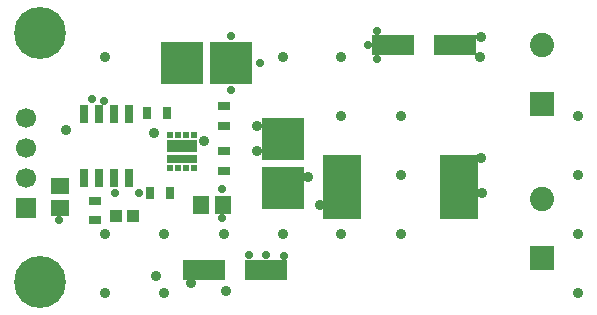
<source format=gbr>
%FSLAX23Y23*%
%MOIN*%
%SFA1B1*%

%IPPOS*%
%ADD27R,0.039370X0.031496*%
%ADD28R,0.043307X0.043307*%
%ADD29R,0.031496X0.039370*%
%ADD30R,0.143701X0.141732*%
%ADD31R,0.141732X0.143701*%
%ADD32R,0.055118X0.061024*%
%ADD33R,0.021654X0.021654*%
%ADD34R,0.100393X0.044724*%
%ADD35R,0.100393X0.026063*%
%ADD36R,0.061024X0.055118*%
%ADD37R,0.031496X0.063976*%
%ADD38R,0.141732X0.066929*%
%ADD39R,0.125984X0.216535*%
%ADD40C,0.066929*%
%ADD41R,0.066929X0.066929*%
%ADD42C,0.080709*%
%ADD43R,0.080709X0.080709*%
%ADD44C,0.027559*%
%ADD45C,0.035433*%
%ADD46C,0.173228*%
%LNpcb1_soldermask_top-1*%
%LPD*%
G54D27*
X3312Y3457D03*
Y3392D03*
X3740Y3622D03*
Y3556D03*
Y3772D03*
Y3707D03*
G54D28*
X3381Y3405D03*
X3439D03*
G54D29*
X3485Y3751D03*
X3550D03*
X3495Y3484D03*
X3560D03*
G54D30*
X3765Y3917D03*
X3602D03*
G54D31*
X3937Y3500D03*
Y3664D03*
G54D32*
X3737Y3444D03*
X3664D03*
G54D33*
X3563Y3567D03*
X3589D03*
X3615D03*
X3640D03*
Y3676D03*
X3615D03*
X3589D03*
X3563D03*
G54D34*
X3602Y3639D03*
G54D35*
X3602Y3595D03*
G54D36*
X3194Y3432D03*
Y3505D03*
G54D37*
X3276Y3748D03*
X3326D03*
X3376D03*
X3426D03*
Y3534D03*
X3376D03*
X3326D03*
X3276D03*
G54D38*
X4305Y3976D03*
X4513D03*
X3883Y3228D03*
X3675D03*
G54D39*
X4135Y3503D03*
X4525D03*
G54D40*
X3082Y3733D03*
Y3633D03*
Y3533D03*
G54D41*
X3082Y3433D03*
G54D42*
X4803Y3464D03*
Y3976D03*
G54D43*
X4803Y3267D03*
Y3779D03*
G54D44*
X3300Y3798D03*
X3736Y3495D03*
X3764Y4008D03*
X3861Y3916D03*
X3765Y3826D03*
X3192Y3393D03*
X3736Y3401D03*
X3826Y3275D03*
X3881D03*
X3940Y3274D03*
X4220Y3976D03*
X4251Y4023D03*
Y3929D03*
X3342Y3791D03*
X3379Y3484D03*
X3458D03*
G54D45*
X4597Y4004D03*
X3508Y3682D03*
X3215Y3692D03*
X4921Y3149D03*
Y3346D03*
Y3543D03*
Y3740D03*
X3543Y3346D03*
X3346D03*
Y3149D03*
X3543D03*
X3740Y3346D03*
X3937D03*
X4133D03*
X4330D03*
Y3543D03*
Y3740D03*
X4133D03*
Y3937D03*
X3937D03*
X3346D03*
X3514Y3205D03*
X3630Y3182D03*
X3748Y3156D03*
X4595Y3938D03*
X4599Y3600D03*
X4601Y3482D03*
X4061Y3444D03*
X4020Y3536D03*
X3853Y3705D03*
X3853Y3623D03*
X3676Y3656D03*
G54D46*
X3129Y3188D03*
Y4015D03*
M02*
</source>
